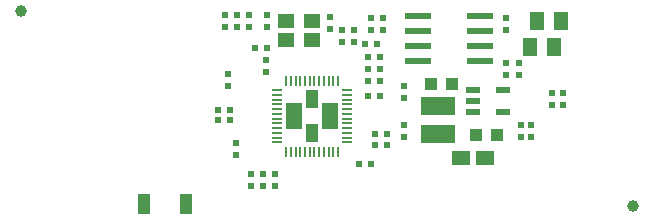
<source format=gbr>
%TF.GenerationSoftware,KiCad,Pcbnew,7.0.9-7.0.9~ubuntu22.04.1*%
%TF.CreationDate,2024-01-19T15:32:02+02:00*%
%TF.ProjectId,USB-GIGABIT_Rev_D,5553422d-4749-4474-9142-49545f526576,rev?*%
%TF.SameCoordinates,PX3473bc0PY4bd12e0*%
%TF.FileFunction,Paste,Top*%
%TF.FilePolarity,Positive*%
%FSLAX46Y46*%
G04 Gerber Fmt 4.6, Leading zero omitted, Abs format (unit mm)*
G04 Created by KiCad (PCBNEW 7.0.9-7.0.9~ubuntu22.04.1) date 2024-01-19 15:32:02*
%MOMM*%
%LPD*%
G01*
G04 APERTURE LIST*
%ADD10R,1.400000X1.200000*%
%ADD11R,0.500000X0.550000*%
%ADD12R,0.550000X0.500000*%
%ADD13R,1.270000X1.524000*%
%ADD14R,1.016000X1.778000*%
%ADD15R,1.016000X1.016000*%
%ADD16R,1.524000X1.270000*%
%ADD17R,2.200000X0.600000*%
%ADD18R,0.211000X0.927000*%
%ADD19R,0.927000X0.211000*%
%ADD20R,1.100000X1.649998*%
%ADD21R,1.400000X2.300000*%
%ADD22R,3.000000X1.600000*%
%ADD23R,1.200000X0.550000*%
%ADD24C,1.000000*%
G04 APERTURE END LIST*
D10*
X23656000Y17181000D03*
X25856000Y15581000D03*
X25856000Y17181000D03*
X23656000Y15581000D03*
D11*
X18914000Y8761000D03*
X17898000Y8761000D03*
D12*
X46219000Y10031000D03*
X46219000Y11047000D03*
D11*
X17898000Y9650000D03*
X18914000Y9650000D03*
D13*
X46346000Y14984000D03*
X44314000Y14984000D03*
D12*
X42282000Y16381000D03*
X42282000Y17397000D03*
X27423000Y17524000D03*
X27423000Y16508000D03*
X22089000Y16635000D03*
X22089000Y17651000D03*
D14*
X11675000Y1649000D03*
X15231000Y1649000D03*
D12*
X21962000Y13841000D03*
X21962000Y12825000D03*
X20692000Y3173000D03*
X20692000Y4189000D03*
D15*
X39742000Y7491000D03*
X41520000Y7491000D03*
D11*
X31233000Y7618000D03*
X32249000Y7618000D03*
X29455000Y16381000D03*
X28439000Y16381000D03*
D12*
X18787000Y12698000D03*
X18787000Y11682000D03*
D15*
X35932000Y11809000D03*
X37710000Y11809000D03*
D12*
X19422000Y6856000D03*
X19422000Y5840000D03*
D11*
X22089000Y14857000D03*
X21073000Y14857000D03*
D12*
X33646000Y11682000D03*
X33646000Y10666000D03*
D11*
X28439000Y15365000D03*
X29455000Y15365000D03*
X31233000Y6700000D03*
X32249000Y6700000D03*
D12*
X22724000Y3173000D03*
X22724000Y4189000D03*
X21708000Y4189000D03*
X21708000Y3173000D03*
D11*
X30852000Y5078000D03*
X29836000Y5078000D03*
D16*
X40504000Y5586000D03*
X38472000Y5586000D03*
D12*
X43552000Y7364000D03*
X43552000Y8380000D03*
X44441000Y7364000D03*
X44441000Y8380000D03*
D13*
X46981000Y17143000D03*
X44949000Y17143000D03*
D11*
X30852000Y17397000D03*
X31868000Y17397000D03*
X31868000Y16381000D03*
X30852000Y16381000D03*
X31614000Y12063000D03*
X30598000Y12063000D03*
X31614000Y13079000D03*
X30598000Y13079000D03*
D12*
X33646000Y7364000D03*
X33646000Y8380000D03*
D11*
X30344000Y15238000D03*
X31360000Y15238000D03*
X30598000Y14095000D03*
X31614000Y14095000D03*
D17*
X34856000Y17547137D03*
X34856000Y16277137D03*
X34856000Y15007137D03*
X34856000Y13737137D03*
X40056000Y13737137D03*
X40056000Y15007137D03*
X40056000Y16277137D03*
X40056000Y17547137D03*
D18*
X28065988Y12078000D03*
X27665988Y12078000D03*
X27265988Y12078000D03*
X26865988Y12078000D03*
X26465988Y12078000D03*
X26065988Y12078000D03*
X25665988Y12078000D03*
X25265988Y12078000D03*
X24865988Y12078000D03*
X24465988Y12078000D03*
X24065988Y12078000D03*
X23665988Y12078000D03*
D19*
X28849488Y11294500D03*
X22882488Y11294500D03*
X28849488Y10894500D03*
X22882488Y10894500D03*
D20*
X25865988Y10519500D03*
D19*
X28849488Y10494500D03*
X22882488Y10494500D03*
X28849488Y10094500D03*
X22882488Y10094500D03*
X28849488Y9694500D03*
X22882488Y9694500D03*
X28849488Y9294500D03*
X22882488Y9294500D03*
D21*
X27415988Y9094500D03*
X24315988Y9094500D03*
D19*
X28849488Y8894500D03*
X22882488Y8894500D03*
X28849488Y8494500D03*
X22882488Y8494500D03*
X28849488Y8094500D03*
X22882488Y8094500D03*
X28849488Y7694500D03*
X22882488Y7694500D03*
D20*
X25865988Y7669501D03*
D19*
X28849488Y7294500D03*
X22882488Y7294500D03*
X28849488Y6894500D03*
X22882488Y6894500D03*
D18*
X28065988Y6111000D03*
X27665988Y6111000D03*
X27265988Y6111000D03*
X26865988Y6111000D03*
X26465988Y6111000D03*
X26065988Y6111000D03*
X25665988Y6111000D03*
X25265988Y6111000D03*
X24865988Y6111000D03*
X24465988Y6111000D03*
X24065988Y6111000D03*
X23665988Y6111000D03*
D11*
X30598000Y10793000D03*
X31614000Y10793000D03*
D12*
X19549000Y17651000D03*
X19549000Y16635000D03*
X18533000Y17651000D03*
X18533000Y16635000D03*
X20565000Y16635000D03*
X20565000Y17651000D03*
D22*
X36567000Y7561000D03*
X36567000Y9961000D03*
D12*
X43425000Y12571000D03*
X43425000Y13587000D03*
X42282000Y13587000D03*
X42282000Y12571000D03*
D23*
X39458000Y11362000D03*
X39458000Y10412000D03*
X39458000Y9462000D03*
X42058000Y9462000D03*
X42058000Y11362000D03*
D12*
X47108000Y10031000D03*
X47108000Y11047000D03*
D24*
X1261000Y18032000D03*
X53000000Y1500000D03*
M02*

</source>
